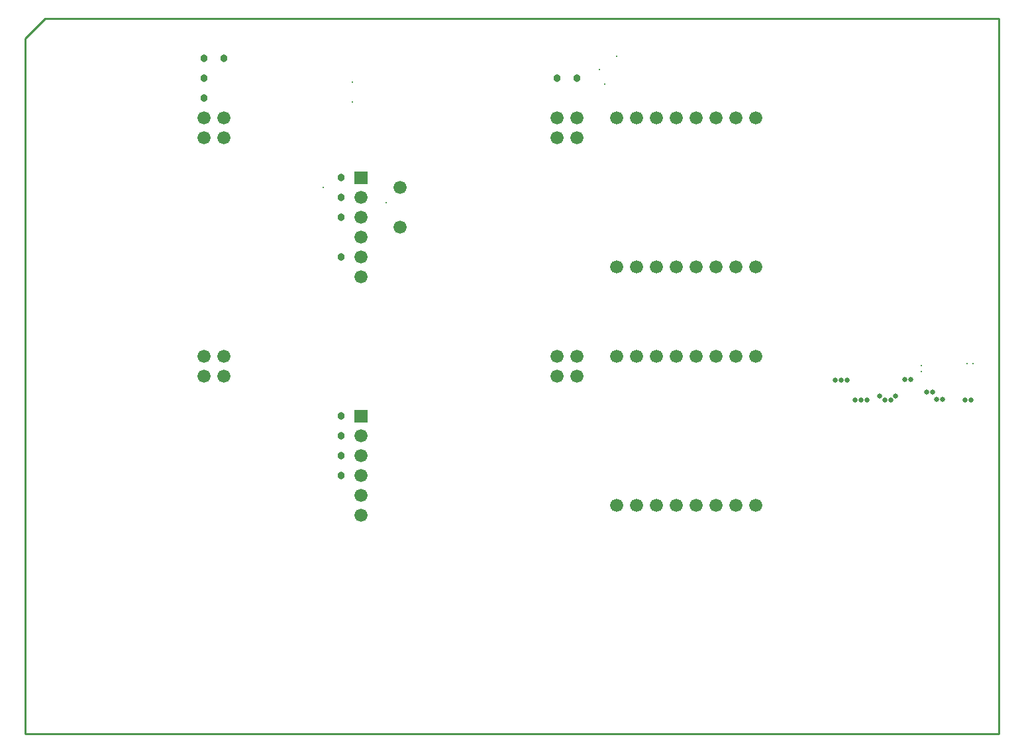
<source format=gbr>
G04 This is an RS-274x file exported by *
G04 gerbv version 2.7.0 *
G04 More information is available about gerbv at *
G04 http://gerbv.geda-project.org/ *
G04 --End of header info--*
%MOIN*%
%FSLAX36Y36*%
%IPPOS*%
G04 --Define apertures--*
%ADD10C,0.0100*%
%ADD11C,0.0660*%
%ADD12C,0.0260*%
%ADD13C,0.0001*%
%ADD14C,0.0380*%
G04 --Start main section--*
G01X0000000Y0000000D02*
G54D10*
G01X0000000Y3900000D02*
G01X0100000Y4000000D01*
G01X0100000Y4000000D02*
G01X4900000Y4000000D01*
G01X4900000Y4000000D02*
G01X4900000Y0400000D01*
G01X4900000Y0400000D02*
G01X0000000Y0400000D01*
G01X0000000Y0400000D02*
G01X0000000Y3900000D01*
G01X0000000Y0000000D02*
G54D11*
G01X3275000Y1550000D03*
G01X3375000Y1550000D03*
G01X3475000Y1550000D03*
G01X3575000Y1550000D03*
G01X2975000Y1550000D03*
G01X3075000Y1550000D03*
G01X3175000Y1550000D03*
G01X2975000Y2300000D03*
G01X2775000Y2300000D03*
G01X2775000Y2200000D03*
G01X2675000Y2200000D03*
G01X2675000Y2300000D03*
G01X3675000Y1550000D03*
G01X3075000Y2300000D03*
G01X3175000Y2300000D03*
G01X3275000Y2300000D03*
G01X3375000Y2300000D03*
G01X3475000Y2300000D03*
G01X3575000Y2300000D03*
G01X3675000Y2300000D03*
G01X3675000Y2750000D03*
G01X3575000Y2750000D03*
G01X3475000Y2750000D03*
G01X3375000Y2750000D03*
G01X3275000Y2750000D03*
G01X3175000Y2750000D03*
G01X3075000Y2750000D03*
G01X2975000Y2750000D03*
G54D12*
G01X4584990Y2085000D03*
G01X4380000Y2100000D03*
G01X4615000Y2085000D03*
G01X4730000Y2080000D03*
G01X4760000Y2080000D03*
G01X4535000Y2120000D03*
G01X4565000Y2120000D03*
G01X4425000Y2185000D03*
G01X4455000Y2185000D03*
G01X4300000Y2100000D03*
G01X4325000Y2080000D03*
G01X4355000Y2080000D03*
G01X4175000Y2080000D03*
G01X4205000Y2080000D03*
G01X4235000Y2080000D03*
G01X4075000Y2180000D03*
G01X4105000Y2180000D03*
G01X4135000Y2180000D03*
G54D13*
G36*
G01X1657000Y3233000D02*
G01X1657000Y3167000D01*
G01X1723000Y3167000D01*
G01X1723000Y3233000D01*
G01X1657000Y3233000D01*
G37*
G54D11*
G01X1690000Y3100000D03*
G01X1690000Y3000000D03*
G01X1885000Y3150000D03*
G01X2675000Y3500000D03*
G01X2675000Y3400000D03*
G01X2775000Y3400000D03*
G01X2775000Y3500000D03*
G01X1690000Y2900000D03*
G01X1690000Y2800000D03*
G01X1690000Y2700000D03*
G01X1885000Y2950000D03*
G01X3675000Y3500000D03*
G01X3575000Y3500000D03*
G01X3475000Y3500000D03*
G01X3375000Y3500000D03*
G01X3275000Y3500000D03*
G01X3175000Y3500000D03*
G01X3075000Y3500000D03*
G01X2975000Y3500000D03*
G01X1000000Y2300000D03*
G01X1000000Y2200000D03*
G01X0900000Y2200000D03*
G01X0900000Y2300000D03*
G54D13*
G36*
G01X1657000Y2033000D02*
G01X1657000Y1967000D01*
G01X1723000Y1967000D01*
G01X1723000Y2033000D01*
G01X1657000Y2033000D01*
G37*
G54D11*
G01X1690000Y1900000D03*
G01X1690000Y1800000D03*
G01X1690000Y1700000D03*
G01X1690000Y1600000D03*
G01X1690000Y1500000D03*
G01X0900000Y3500000D03*
G01X0900000Y3400000D03*
G01X1000000Y3400000D03*
G01X1000000Y3500000D03*
G01X0000000Y0000000D02*
G54D10*
G01X1500000Y3150000D03*
G01X1645000Y3680000D03*
G01X1645000Y3580000D03*
G01X1815000Y3075000D03*
G01X2890000Y3745000D03*
G01X2915000Y3670000D03*
G01X2975000Y3810000D03*
G01X4075000Y2180000D03*
G01X4105000Y2180000D03*
G01X4135000Y2180000D03*
G01X4175000Y2080000D03*
G01X4205000Y2080000D03*
G01X4235000Y2080000D03*
G01X4300000Y2100000D03*
G01X4325000Y2080000D03*
G01X4355000Y2080000D03*
G01X4380000Y2100000D03*
G01X4425000Y2185000D03*
G01X4455000Y2185000D03*
G01X4510000Y2255000D03*
G01X4510000Y2225000D03*
G01X4535000Y2120000D03*
G01X4565000Y2120000D03*
G01X4585000Y2085000D03*
G01X4615000Y2085000D03*
G01X4730000Y2080000D03*
G01X4740000Y2265000D03*
G01X4760000Y2080000D03*
G01X4770000Y2265000D03*
G54D14*
G01X0900000Y3800000D03*
G01X0900000Y3700000D03*
G01X0900000Y3600000D03*
G01X0900000Y3500000D03*
G01X0900000Y3400000D03*
G01X0900000Y2300000D03*
G01X0900000Y2200000D03*
G01X1000000Y3800000D03*
G01X1000000Y3500000D03*
G01X1000000Y3400000D03*
G01X1000000Y2300000D03*
G01X1000000Y2200000D03*
G01X1590000Y3200000D03*
G01X1590000Y3100000D03*
G01X1590000Y3000000D03*
G01X1590000Y2800000D03*
G01X1590000Y2000000D03*
G01X1590000Y1900000D03*
G01X1590000Y1800000D03*
G01X1590000Y1700000D03*
G01X1690000Y3200000D03*
G01X1690000Y3100000D03*
G01X1690000Y3000000D03*
G01X1690000Y2900000D03*
G01X1690000Y2800000D03*
G01X1690000Y2700000D03*
G01X1690000Y2000000D03*
G01X1690000Y1900000D03*
G01X1690000Y1800000D03*
G01X1690000Y1700000D03*
G01X1690000Y1600000D03*
G01X1690000Y1500000D03*
G01X1885000Y3150000D03*
G01X1885000Y2950000D03*
G01X2675000Y3700000D03*
G01X2675000Y3500000D03*
G01X2675000Y3400000D03*
G01X2675000Y2300000D03*
G01X2675000Y2200000D03*
G01X2775000Y3700000D03*
G01X2775000Y3500000D03*
G01X2775000Y3400000D03*
G01X2775000Y2300000D03*
G01X2775000Y2200000D03*
G01X2975000Y3500000D03*
G01X2975000Y2750000D03*
G01X2975000Y2300000D03*
G01X2975000Y1550000D03*
G01X3075000Y3500000D03*
G01X3075000Y2750000D03*
G01X3075000Y2300000D03*
G01X3075000Y1550000D03*
G01X3175000Y3500000D03*
G01X3175000Y2750000D03*
G01X3175000Y2300000D03*
G01X3175000Y1550000D03*
G01X3275000Y3500000D03*
G01X3275000Y2750000D03*
G01X3275000Y2300000D03*
G01X3275000Y1550000D03*
G01X3375000Y3500000D03*
G01X3375000Y2750000D03*
G01X3375000Y2300000D03*
G01X3375000Y1550000D03*
G01X3475000Y3500000D03*
G01X3475000Y2750000D03*
G01X3475000Y2300000D03*
G01X3475000Y1550000D03*
G01X3575000Y3500000D03*
G01X3575000Y2750000D03*
G01X3575000Y2300000D03*
G01X3575000Y1550000D03*
G01X3675000Y3500000D03*
G01X3675000Y2750000D03*
G01X3675000Y2300000D03*
G01X3675000Y1550000D03*
M02*

</source>
